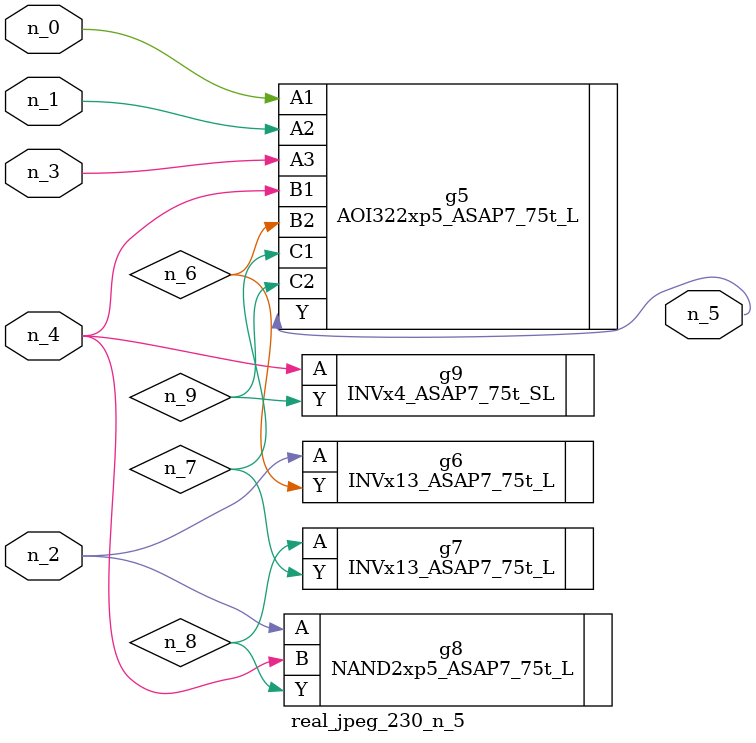
<source format=v>
module real_jpeg_230_n_5 (n_4, n_0, n_1, n_2, n_3, n_5);

input n_4;
input n_0;
input n_1;
input n_2;
input n_3;

output n_5;

wire n_8;
wire n_6;
wire n_7;
wire n_9;

AOI322xp5_ASAP7_75t_L g5 ( 
.A1(n_0),
.A2(n_1),
.A3(n_3),
.B1(n_4),
.B2(n_6),
.C1(n_7),
.C2(n_9),
.Y(n_5)
);

INVx13_ASAP7_75t_L g6 ( 
.A(n_2),
.Y(n_6)
);

NAND2xp5_ASAP7_75t_L g8 ( 
.A(n_2),
.B(n_4),
.Y(n_8)
);

INVx4_ASAP7_75t_SL g9 ( 
.A(n_4),
.Y(n_9)
);

INVx13_ASAP7_75t_L g7 ( 
.A(n_8),
.Y(n_7)
);


endmodule
</source>
